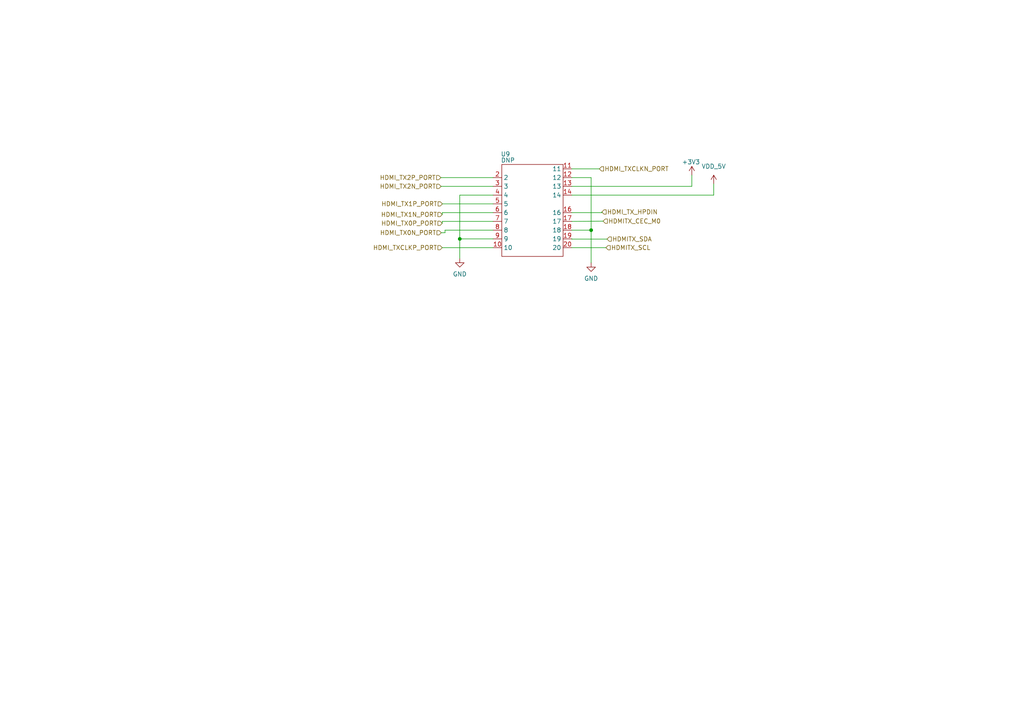
<source format=kicad_sch>
(kicad_sch (version 20230819) (generator eeschema)
  (paper "A4")
  (lib_symbols
    (symbol "HDMI 2.0:HDMI_2.0"
      (property "Reference" "U9" (at -7.8211 29.6757 0))
      (property "Value" "DNP" (at -7.112 27.8922 0))
      (symbol "HDMI_2.0_0_1"
        (rectangle (start -8.89 26.67) (end 8.89 0))
      )
      (symbol "HDMI_2.0_1_1"
        (pin passive line (at -11.43 2.54 0) (length 2.54) (name "10") (number "10"))
        (pin passive line (at 11.43 25.4 180) (length 2.54) (name "11") (number "11"))
        (pin passive line (at 11.43 22.86 180) (length 2.54) (name "12") (number "12"))
        (pin passive line (at 11.43 20.32 180) (length 2.54) (name "13") (number "13"))
        (pin passive line (at 11.43 17.78 180) (length 2.54) (name "14") (number "14"))
        (pin passive line (at 11.43 12.7 180) (length 2.54) (name "16") (number "16"))
        (pin passive line (at 11.43 10.16 180) (length 2.54) (name "17") (number "17"))
        (pin passive line (at 11.43 7.62 180) (length 2.54) (name "18") (number "18"))
        (pin passive line (at 11.43 5.08 180) (length 2.54) (name "19") (number "19"))
        (pin passive line (at -11.43 22.86 0) (length 2.54) (name "2") (number "2"))
        (pin passive line (at 11.43 2.54 180) (length 2.54) (name "20") (number "20"))
        (pin passive line (at -11.43 20.32 0) (length 2.54) (name "3") (number "3"))
        (pin passive line (at -11.43 17.78 0) (length 2.54) (name "4") (number "4"))
        (pin passive line (at -11.43 15.24 0) (length 2.54) (name "5") (number "5"))
        (pin passive line (at -11.43 12.7 0) (length 2.54) (name "6") (number "6"))
        (pin passive line (at -11.43 10.16 0) (length 2.54) (name "7") (number "7"))
        (pin passive line (at -11.43 7.62 0) (length 2.54) (name "8") (number "8"))
        (pin passive line (at -11.43 5.08 0) (length 2.54) (name "9") (number "9"))
      )
    )
    (symbol "power:+3V3" (power) (pin_names (offset 0))
      (property "Value" "+3V3" (at 0 3.556 0))
      (symbol "+3V3_0_1"
        (polyline (pts (xy -0.762 1.27) (xy 0 2.54)))
        (polyline (pts (xy 0 0) (xy 0 2.54)))
        (polyline (pts (xy 0 2.54) (xy 0.762 1.27)))
      )
      (symbol "+3V3_1_1"
        (pin power_in line (at 0 0 90) (length 0) hide (name "+3V3") (number "1"))
      )
    )
    (symbol "power:GND" (power) (pin_names (offset 0))
      (property "Value" "GND" (at 0 -3.81 0))
      (symbol "GND_0_1"
        (polyline (pts (xy 0 0) (xy 0 -1.27) (xy 1.27 -1.27) (xy 0 -2.54) (xy -1.27 -1.27) (xy 0 -1.27)))
      )
      (symbol "GND_1_1"
        (pin power_in line (at 0 0 270) (length 0) hide (name "GND") (number "1"))
      )
    )
  )
  (junction (at 171.45 66.7542))
  (junction (at 133.35 69.2942))
  (wire (pts (xy 173.8361 48.9742) (xy 165.862 48.9742)))
  (wire (pts (xy 143.002 54.0542) (xy 127.9343 54.0542)))
  (wire (pts (xy 128.27 61.6742) (xy 128.27 62.23)))
  (wire (pts (xy 171.45 66.7542) (xy 165.862 66.7542)))
  (wire (pts (xy 207.01 53.34) (xy 207.01 56.5942)))
  (wire (pts (xy 200.66 50.8) (xy 200.66 54.0542)))
  (wire (pts (xy 133.35 56.5942) (xy 143.002 56.5942)))
  (wire (pts (xy 171.45 51.5142) (xy 171.45 66.7542)))
  (wire (pts (xy 129.077 67.5058) (xy 129.077 66.7542)))
  (wire (pts (xy 143.002 64.2142) (xy 128.27 64.2142)))
  (wire (pts (xy 175.7353 71.8342) (xy 165.862 71.8342)))
  (wire (pts (xy 129.077 67.5058) (xy 127.9857 67.5058)))
  (wire (pts (xy 133.35 56.5942) (xy 133.35 69.2942)))
  (wire (pts (xy 133.35 69.2942) (xy 133.35 74.93)))
  (wire (pts (xy 165.862 64.2142) (xy 174.9142 64.145)))
  (wire (pts (xy 128.27 71.8342) (xy 143.002 71.8342)))
  (wire (pts (xy 127.8702 51.5142) (xy 143.002 51.5142)))
  (wire (pts (xy 133.35 69.2942) (xy 143.002 69.2942)))
  (wire (pts (xy 143.002 59.1342) (xy 128.3191 59.1342)))
  (wire (pts (xy 129.077 66.7542) (xy 143.002 66.7542)))
  (wire (pts (xy 165.862 61.6742) (xy 174.5575 61.6742)))
  (wire (pts (xy 165.862 69.347) (xy 165.862 69.2942)))
  (wire (pts (xy 128.27 64.2142) (xy 128.27 64.77)))
  (wire (pts (xy 200.66 54.0542) (xy 165.862 54.0542)))
  (wire (pts (xy 207.01 56.5942) (xy 165.862 56.5942)))
  (wire (pts (xy 176.0673 69.347) (xy 165.862 69.347)))
  (wire (pts (xy 143.002 61.6742) (xy 128.27 61.6742)))
  (wire (pts (xy 174.5575 61.6742) (xy 174.5575 61.4859)))
  (wire (pts (xy 171.45 51.5142) (xy 165.862 51.5142)))
  (wire (pts (xy 171.45 66.7542) (xy 171.45 76.2)))
  (hierarchical_label "HDMI_TX2P_PORT" (shape input) (at 127.8702 51.5142 180))
  (hierarchical_label "HDMITX_SDA" (shape input) (at 176.0673 69.347 0))
  (hierarchical_label "HDMI_TX0P_PORT" (shape input) (at 128.27 64.77 180))
  (hierarchical_label "HDMITX_SCL" (shape input) (at 175.7353 71.8342 0))
  (hierarchical_label "HDMI_TXCLKN_PORT" (shape input) (at 173.8361 48.9742 0))
  (hierarchical_label "HDMITX_CEC_M0" (shape input) (at 174.9142 64.145 0))
  (hierarchical_label "HDMI_TXCLKP_PORT" (shape input) (at 128.27 71.8342 180))
  (hierarchical_label "HDMI_TX1P_PORT" (shape input) (at 128.3191 59.1342 180))
  (hierarchical_label "HDMI_TX1N_PORT" (shape input) (at 128.27 62.23 180))
  (hierarchical_label "HDMI_TX2N_PORT" (shape input) (at 127.9343 54.0542 180))
  (hierarchical_label "HDMI_TX_HPDIN" (shape input) (at 174.5575 61.4859 0))
  (hierarchical_label "HDMI_TX0N_PORT" (shape input) (at 127.9857 67.5058 180))
  (symbol (lib_id "power:+3V3") (at 207.01 53.34 0) (unit 1)
    (property "Reference" "#PWR025" (effects hide))
    (property "Value" "VDD_5V" (at 207.01 48.26 0))
    (property "Description" "Power symbol creates a global label with name \"+3V3\"" (effects hide))
    (instances (project "HDMI 2.0 TX" (path "" (reference "#PWR025") (unit 1))) (project "RP2040_minimal" (path "" (reference "#PWR0238") (unit 1))))
  )
  (symbol (lib_id "power:+3V3") (at 200.66 50.8 0) (unit 1)
    (property "Reference" "#PWR024" (effects hide))
    (property "Value" "+3V3" (at 200.406 46.99 0))
    (property "Description" "Power symbol creates a global label with name \"+3V3\"" (effects hide))
    (instances (project "HDMI 2.0 TX" (path "" (reference "#PWR024") (unit 1))) (project "RP2040_minimal" (path "" (reference "#PWR0237") (unit 1))))
  )
  (symbol (lib_id "power:GND") (at 133.35 74.93 0) (unit 1)
    (property "Reference" "#PWR021" (effects hide))
    (property "Value" "GND" (at 133.35 79.502 0))
    (property "Description" "Power symbol creates a global label with name \"GND\" , ground" (effects hide))
    (instances (project "HDMI 2.0 TX" (path "" (reference "#PWR021") (unit 1))) (project "RP2040_minimal" (path "" (reference "#PWR0235") (unit 1))))
  )
  (symbol (lib_id "HDMI 2.0:HDMI_2.0") (at 154.432 74.3742 0) (unit 1)
    (property "Reference" "U9" (at 146.6109 44.6985 0))
    (property "Value" "DNP" (at 147.32 46.482 0))
    (property "Footprint" "HDMI 2.0 TX:HDMI" (effects hide))
  )
  (symbol (lib_id "power:GND") (at 171.45 76.2 0) (unit 1)
    (property "Reference" "#PWR021" (effects hide))
    (property "Value" "GND" (at 171.45 80.772 0))
    (property "Description" "Power symbol creates a global label with name \"GND\" , ground" (effects hide))
    (instances (project "HDMI 2.0 TX" (path "" (reference "#PWR021") (unit 1))) (project "RP2040_minimal" (path "" (reference "#PWR0236") (unit 1))))
  )
)
</source>
